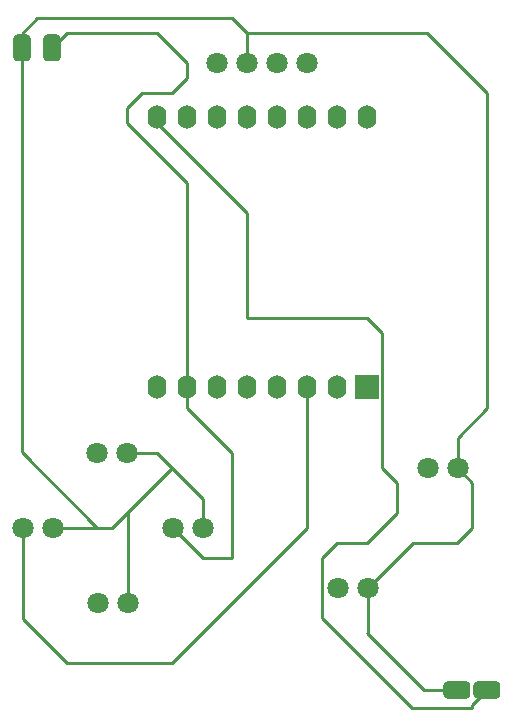
<source format=gbr>
%TF.GenerationSoftware,KiCad,Pcbnew,7.0.9+dfsg-1*%
%TF.CreationDate,2023-12-14T21:32:30+07:00*%
%TF.ProjectId,wifi,77696669-2e6b-4696-9361-645f70636258,rev?*%
%TF.SameCoordinates,Original*%
%TF.FileFunction,Copper,L2,Bot*%
%TF.FilePolarity,Positive*%
%FSLAX46Y46*%
G04 Gerber Fmt 4.6, Leading zero omitted, Abs format (unit mm)*
G04 Created by KiCad (PCBNEW 7.0.9+dfsg-1) date 2023-12-14 21:32:30*
%MOMM*%
%LPD*%
G01*
G04 APERTURE LIST*
G04 Aperture macros list*
%AMRoundRect*
0 Rectangle with rounded corners*
0 $1 Rounding radius*
0 $2 $3 $4 $5 $6 $7 $8 $9 X,Y pos of 4 corners*
0 Add a 4 corners polygon primitive as box body*
4,1,4,$2,$3,$4,$5,$6,$7,$8,$9,$2,$3,0*
0 Add four circle primitives for the rounded corners*
1,1,$1+$1,$2,$3*
1,1,$1+$1,$4,$5*
1,1,$1+$1,$6,$7*
1,1,$1+$1,$8,$9*
0 Add four rect primitives between the rounded corners*
20,1,$1+$1,$2,$3,$4,$5,0*
20,1,$1+$1,$4,$5,$6,$7,0*
20,1,$1+$1,$6,$7,$8,$9,0*
20,1,$1+$1,$8,$9,$2,$3,0*%
G04 Aperture macros list end*
%TA.AperFunction,ComponentPad*%
%ADD10C,1.800000*%
%TD*%
%TA.AperFunction,ComponentPad*%
%ADD11R,2.000000X2.000000*%
%TD*%
%TA.AperFunction,ComponentPad*%
%ADD12O,1.600000X2.000000*%
%TD*%
%TA.AperFunction,SMDPad,CuDef*%
%ADD13RoundRect,0.381000X0.762000X0.381000X-0.762000X0.381000X-0.762000X-0.381000X0.762000X-0.381000X0*%
%TD*%
%TA.AperFunction,SMDPad,CuDef*%
%ADD14RoundRect,0.381000X0.381000X-0.762000X0.381000X0.762000X-0.381000X0.762000X-0.381000X-0.762000X0*%
%TD*%
%TA.AperFunction,Conductor*%
%ADD15C,0.250000*%
%TD*%
G04 APERTURE END LIST*
D10*
%TO.P,UP,1*%
%TO.N,N/C*%
X143510000Y-114300000D03*
%TO.P,UP,2*%
X146050000Y-114300000D03*
%TD*%
%TO.P,LEFT,1*%
%TO.N,N/C*%
X137190000Y-120650000D03*
%TO.P,LEFT,2*%
X139730000Y-120650000D03*
%TD*%
%TO.P,DOWN,1*%
%TO.N,N/C*%
X143540000Y-127000000D03*
%TO.P,DOWN,2*%
X146080000Y-127000000D03*
%TD*%
%TO.P,RIGHT,1*%
%TO.N,N/C*%
X149890000Y-120650000D03*
%TO.P,RIGHT,2*%
X152430000Y-120650000D03*
%TD*%
%TO.P,A,1*%
%TO.N,N/C*%
X171480000Y-115570000D03*
%TO.P,A,2*%
X174020000Y-115570000D03*
%TD*%
%TO.P,B,1*%
%TO.N,N/C*%
X163860000Y-125730000D03*
%TO.P,B,2*%
X166400000Y-125730000D03*
%TD*%
%TO.P,Display,1*%
%TO.N,N/C*%
X153670000Y-81280000D03*
%TO.P,Display,2*%
X156210000Y-81280000D03*
%TO.P,Display,3*%
X158750000Y-81280000D03*
%TO.P,Display,4*%
X161290000Y-81280000D03*
%TD*%
D11*
%TO.P,REF\u002A\u002A,1*%
%TO.N,N/C*%
X166370000Y-108735000D03*
D12*
%TO.P,REF\u002A\u002A,2*%
X163830000Y-108735000D03*
%TO.P,REF\u002A\u002A,3*%
X161290000Y-108735000D03*
%TO.P,REF\u002A\u002A,4*%
X158750000Y-108735000D03*
%TO.P,REF\u002A\u002A,5*%
X156210000Y-108735000D03*
%TO.P,REF\u002A\u002A,6*%
X153670000Y-108735000D03*
%TO.P,REF\u002A\u002A,7*%
X151130000Y-108735000D03*
%TO.P,REF\u002A\u002A,8*%
X148590000Y-108735000D03*
%TO.P,REF\u002A\u002A,9*%
X148590000Y-85875000D03*
%TO.P,REF\u002A\u002A,10*%
X151130000Y-85875000D03*
%TO.P,REF\u002A\u002A,11*%
X153670000Y-85875000D03*
%TO.P,REF\u002A\u002A,12*%
X156210000Y-85875000D03*
%TO.P,REF\u002A\u002A,13*%
X158750000Y-85875000D03*
%TO.P,REF\u002A\u002A,14*%
X161290000Y-85875000D03*
%TO.P,REF\u002A\u002A,15*%
X163830000Y-85875000D03*
%TO.P,REF\u002A\u002A,16*%
X166370000Y-85875000D03*
%TD*%
D13*
%TO.P,5V IN,1*%
%TO.N,N/C*%
X176500000Y-134350000D03*
%TO.P,5V IN,2*%
X173960000Y-134350000D03*
%TD*%
D14*
%TO.P,S1,1*%
%TO.N,N/C*%
X139640000Y-80010000D03*
%TO.P,S1,2*%
X137100000Y-80010000D03*
%TD*%
D15*
%TO.N,*%
X162560000Y-128270000D02*
X170180000Y-135890000D01*
X154940000Y-123190000D02*
X152430000Y-123190000D01*
X170210000Y-121920000D02*
X173990000Y-121920000D01*
X171450000Y-78740000D02*
X156210000Y-78740000D01*
X146050000Y-114300000D02*
X148590000Y-114300000D01*
X156210000Y-78740000D02*
X156210000Y-81280000D01*
X149860000Y-83820000D02*
X147320000Y-83820000D01*
X149860000Y-115570000D02*
X146050000Y-119380000D01*
X143510000Y-120650000D02*
X137100000Y-114240000D01*
X162560000Y-128270000D02*
X162560000Y-123190000D01*
X147320000Y-83820000D02*
X146050000Y-85090000D01*
X139640000Y-80010000D02*
X140910000Y-78740000D01*
X176530000Y-83820000D02*
X171450000Y-78740000D01*
X146050000Y-119380000D02*
X146080000Y-119410000D01*
X175260000Y-116810000D02*
X174020000Y-115570000D01*
X152430000Y-118140000D02*
X152430000Y-120650000D01*
X149860000Y-132080000D02*
X161290000Y-120650000D01*
X137100000Y-114240000D02*
X137100000Y-80010000D01*
X137100000Y-80010000D02*
X137100000Y-78800000D01*
X171180000Y-134350000D02*
X166370000Y-129540000D01*
X156210000Y-102870000D02*
X156210000Y-93980000D01*
X151130000Y-91440000D02*
X151130000Y-108735000D01*
X140970000Y-132080000D02*
X149860000Y-132080000D01*
X168910000Y-119380000D02*
X168910000Y-116840000D01*
X152430000Y-123190000D02*
X149890000Y-120650000D01*
X137100000Y-78800000D02*
X138430000Y-77470000D01*
X175260000Y-120650000D02*
X175260000Y-116810000D01*
X151130000Y-82550000D02*
X149860000Y-83820000D01*
X175260000Y-135890000D02*
X170180000Y-135890000D01*
X151130000Y-81280000D02*
X151130000Y-82550000D01*
X154940000Y-114300000D02*
X154940000Y-123190000D01*
X173990000Y-121920000D02*
X175260000Y-120650000D01*
X173960000Y-134350000D02*
X171180000Y-134350000D01*
X166370000Y-102870000D02*
X156210000Y-102870000D01*
X146080000Y-119410000D02*
X146080000Y-127000000D01*
X174020000Y-113000000D02*
X176530000Y-110490000D01*
X167640000Y-115570000D02*
X167640000Y-104140000D01*
X146050000Y-119380000D02*
X144780000Y-120650000D01*
X144780000Y-120650000D02*
X143510000Y-120650000D01*
X148590000Y-114300000D02*
X149860000Y-115570000D01*
X161290000Y-120650000D02*
X161290000Y-108735000D01*
X154940000Y-77470000D02*
X156210000Y-78740000D01*
X146050000Y-85090000D02*
X146050000Y-86360000D01*
X176530000Y-110490000D02*
X176530000Y-83820000D01*
X149860000Y-115570000D02*
X152430000Y-118140000D01*
X151130000Y-110490000D02*
X154940000Y-114300000D01*
X167640000Y-104140000D02*
X166370000Y-102870000D01*
X166370000Y-121920000D02*
X168910000Y-119380000D01*
X176500000Y-134350000D02*
X175260000Y-135590000D01*
X148590000Y-78740000D02*
X151130000Y-81280000D01*
X163830000Y-121920000D02*
X166370000Y-121920000D01*
X156210000Y-93980000D02*
X148590000Y-86360000D01*
X166400000Y-129510000D02*
X166400000Y-125730000D01*
X175260000Y-135590000D02*
X175260000Y-135890000D01*
X151130000Y-108735000D02*
X151130000Y-110490000D01*
X168910000Y-116840000D02*
X167640000Y-115570000D01*
X137190000Y-120650000D02*
X137190000Y-128300000D01*
X138430000Y-77470000D02*
X154940000Y-77470000D01*
X166370000Y-129540000D02*
X166400000Y-129510000D01*
X174020000Y-115570000D02*
X174020000Y-113000000D01*
X140910000Y-78740000D02*
X148590000Y-78740000D01*
X146050000Y-86360000D02*
X151130000Y-91440000D01*
X137190000Y-128300000D02*
X140970000Y-132080000D01*
X143510000Y-120650000D02*
X139730000Y-120650000D01*
X148590000Y-86360000D02*
X148590000Y-85875000D01*
X162560000Y-123190000D02*
X163830000Y-121920000D01*
X166400000Y-125730000D02*
X170210000Y-121920000D01*
%TD*%
M02*

</source>
